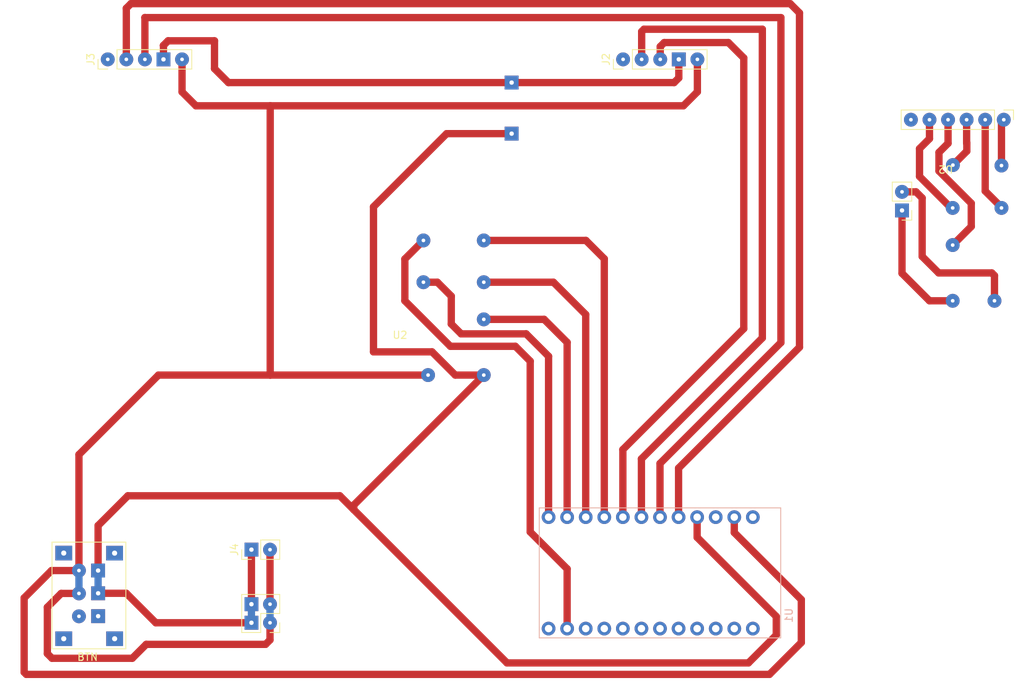
<source format=kicad_pcb>
(kicad_pcb (version 20211014) (generator pcbnew)
  (layers (0 "F.Cu" signal) (31 "B.Cu" signal) (34 "B.Paste" user) (35 "F.Paste" user) (36 "B.SilkS" user "B.Silkscreen") (37 "F.SilkS" user "F.Silkscreen") (38 "B.Mask" user) (39 "F.Mask" user) (44 "Edge.Cuts" user))
  (net 0 "")
  (net 1 "+5V")
  (net 2 "GND")
  (net 13 "Net-(J2-Pad1)")
  (net 14 "Net-(J2-Pad3)")
  (net 15 "Net-(J3-Pad2)")
  (net 16 "Net-(J2-Pad2)")
  (net 17 "Net-(J3-Pad3)")
  (net 19 "Net-(U1-PadJP6_9)")
  (net 20 "Net-(U1-PadJP6_10)")
  (net 21 "Net-(U1-PadJP6_11)")
  (net 22 "Net-(U1-PadJP6_12)")
  (net 23 "Net-(U1-PadJP7_2)")
  (net 25 "Net-(U1-PadJP7_3)")
  (footprint "" (layer "F.Cu") (at 149.251351 36.682313)
    (fp_text reference "" (at 0 0) (layer "F.SilkS") (effects (font (size 1.27 1.27))))
    (fp_text value "" (at 0 0) (layer "F.SilkS") (effects (font (size 1.27 1.27))))
    (pad "5" thru_hole oval (at 0 0) (size 1.9 1.9) (drill 0.5) (layers *.Cu *.Mask) (net 19 "Net-(U1-PadJP6_9)"))
  )
  (footprint "Arduino pro mini:NRF24L01" (layer "F.Cu") (at 148.276703 36.747626 180)
    (fp_text reference "U2" (at 0 -0.5 180 unlocked) (layer "F.SilkS"))
    (fp_text value "NRF24L01_Breakout")
    (fp_line (start 4.654 -4.867) (end 4.654 -2.267) (layer "F.SilkS") (width 0.12))
    (fp_line (start -6.663297 7.597626) (end -6.663297 4.937626) (layer "F.SilkS") (width 0.12))
    (fp_line (start -7.933297 7.597626) (end -9.263297 7.597626) (layer "F.SilkS") (width 0.12))
    (fp_line (start -9.263297 7.597626) (end -9.263297 6.267626) (layer "F.SilkS") (width 0.12))
    (fp_line (start 6.096703 7.597626) (end 6.096703 4.937626) (layer "F.SilkS") (width 0.12))
    (fp_line (start 7.314 -4.867) (end 7.314 -2.267) (layer "F.SilkS") (width 0.12))
    (fp_line (start 4.654 -2.267) (end 7.314 -2.267) (layer "F.SilkS") (width 0.12))
    (fp_line (start -6.663297 4.937626) (end 6.096703 4.937626) (layer "F.SilkS") (width 0.12))
    (fp_line (start 4.654 -4.867) (end 7.314 -4.867) (layer "F.SilkS") (width 0.12))
    (fp_line (start -6.663297 7.597626) (end 6.096703 7.597626) (layer "F.SilkS") (width 0.12))
    (fp_line (start 4.654 -6.137) (end 4.654 -7.467) (layer "F.SilkS") (width 0.12))
    (fp_line (start 4.654 -7.467) (end 5.984 -7.467) (layer "F.SilkS") (width 0.12))
    (pad "1" thru_hole oval (at 5.984 -3.597 180) (size 1.9 1.9) (drill 0.5) (layers *.Cu *.Mask) (net 2 "GND"))
    (pad "2" thru_hole rect (at 5.984 -6.137 180) (size 1.9 1.9) (drill 0.6) (layers *.Cu *.Mask) (net 1 "+5V"))
    (pad "3" thru_hole oval (at -7.933297 6.267626 270) (size 1.9 1.9) (drill 0.5) (layers *.Cu *.Mask) (net 23 "Net-(U1-PadJP7_2)"))
    (pad "4" thru_hole oval (at -5.393297 6.267626 270) (size 1.9 1.9) (drill 0.5) (layers *.Cu *.Mask) (net 22 "Net-(U1-PadJP6_12)"))
    (pad "5" thru_hole oval (at -2.853297 6.267626 270) (size 1.9 1.9) (drill 0.5) (layers *.Cu *.Mask) (net 19 "Net-(U1-PadJP6_9)"))
    (pad "6" thru_hole oval (at -0.313297 6.267626 270) (size 1.9 1.9) (drill 0.5) (layers *.Cu *.Mask) (net 21 "Net-(U1-PadJP6_11)"))
    (pad "7" thru_hole oval (at 2.226703 6.267626 270) (size 1.9 1.9) (drill 0.5) (layers *.Cu *.Mask) (net 20 "Net-(U1-PadJP6_10)"))
    (pad "8" thru_hole oval (at 4.766703 6.267626 270) (size 1.9 1.9) (drill 0.5) (layers *.Cu *.Mask))
  )
  (footprint "" (layer "F.Cu") (at 85.09 57.785)
    (fp_text reference "" (at 0 0) (layer "F.SilkS") (effects (font (size 1.27 1.27))))
    (fp_text value "" (at 0 0) (layer "F.SilkS") (effects (font (size 1.27 1.27))))
    (pad "6" thru_hole oval (at 0 0) (size 1.9 1.9) (drill 0.5) (layers *.Cu *.Mask) (net 21 "Net-(U1-PadJP6_11)"))
  )
  (footprint "" (layer "F.Cu") (at 149.225 42.545)
    (fp_text reference "" (at 0 0) (layer "F.SilkS") (effects (font (size 1.27 1.27))))
    (fp_text value "" (at 0 0) (layer "F.SilkS") (effects (font (size 1.27 1.27))))
    (pad "7" thru_hole oval (at 0 0) (size 1.9 1.9) (drill 0.5) (layers *.Cu *.Mask) (net 20 "Net-(U1-PadJP6_10)"))
  )
  (footprint "" (layer "F.Cu") (at 155.896703 42.545)
    (fp_text reference "" (at 0 0) (layer "F.SilkS") (effects (font (size 1.27 1.27))))
    (fp_text value "" (at 0 0) (layer "F.SilkS") (effects (font (size 1.27 1.27))))
    (pad "4" thru_hole oval (at 0 0) (size 1.9 1.9) (drill 0.5) (layers *.Cu *.Mask) (net 22 "Net-(U1-PadJP6_12)"))
  )
  (footprint "Connector_PinHeader_2.54mm:PinHeader_2x02_P2.54mm_Vertical" (layer "F.Cu") (at 55.851603 99.282205 180)
    (fp_text reference "" (at 1.27 -2.33) (layer "F.SilkS"))
    (fp_text value "POWERS")
    (fp_line (start -1.33 3.87) (end 3.87 3.87) (layer "F.SilkS") (width 0.12))
    (fp_line (start 3.87 -1.33) (end 3.87 3.87) (layer "F.SilkS") (width 0.12))
    (fp_line (start 1.27 1.27) (end 1.27 -1.33) (layer "F.SilkS") (width 0.12))
    (fp_line (start -1.33 1.27) (end 1.27 1.27) (layer "F.SilkS") (width 0.12))
    (fp_line (start -1.33 -1.33) (end 0 -1.33) (layer "F.SilkS") (width 0.12))
    (fp_line (start -1.33 1.27) (end -1.33 3.87) (layer "F.SilkS") (width 0.12))
    (fp_line (start 1.27 -1.33) (end 3.87 -1.33) (layer "F.SilkS") (width 0.12))
    (fp_line (start -1.33 0) (end -1.33 -1.33) (layer "F.SilkS") (width 0.12))
    (pad "1" thru_hole oval (at 0 0 180) (size 1.9 1.9) (drill 0.5) (layers *.Cu *.Mask) (net 2 "GND"))
    (pad "2" thru_hole rect (at 2.54 0 180) (size 1.9 1.9) (drill 0.6) (layers *.Cu *.Mask) (net 1 "+5V"))
    (pad "3" thru_hole oval (at 0 2.54 180) (size 1.9 1.9) (drill 0.5) (layers *.Cu *.Mask) (net 2 "GND"))
    (pad "4" thru_hole rect (at 2.54 2.54 180) (size 1.9 1.9) (drill 0.6) (layers *.Cu *.Mask) (net 1 "+5V"))
  )
  (footprint "" (layer "F.Cu") (at 85.09 65.405)
    (fp_text reference "" (at 0 0) (layer "F.SilkS") (effects (font (size 1.27 1.27))))
    (fp_text value "" (at 0 0) (layer "F.SilkS") (effects (font (size 1.27 1.27))))
    (pad "2" thru_hole oval (at 0 0) (size 1.9 1.9) (drill 0.5) (layers *.Cu *.Mask) (net 1 "+5V"))
  )
  (footprint "" (layer "F.Cu") (at 76.835 46.99)
    (fp_text reference "" (at 0 0) (layer "F.SilkS") (effects (font (size 1.27 1.27))))
    (fp_text value "" (at 0 0) (layer "F.SilkS") (effects (font (size 1.27 1.27))))
    (pad "3" thru_hole oval (at 0 0) (size 1.9 1.9) (drill 0.5) (layers *.Cu *.Mask) (net 23 "Net-(U1-PadJP7_2)"))
  )
  (footprint "" (layer "F.Cu") (at 85.09 52.705)
    (fp_text reference "" (at 0 0) (layer "F.SilkS") (effects (font (size 1.27 1.27))))
    (fp_text value "" (at 0 0) (layer "F.SilkS") (effects (font (size 1.27 1.27))))
    (pad "7" thru_hole oval (at 0 0) (size 1.9 1.9) (drill 0.5) (layers *.Cu *.Mask) (net 20 "Net-(U1-PadJP6_10)"))
  )
  (footprint "Connector_PinHeader_2.54mm:PinHeader_1x02_P2.54mm_Vertical" (layer "F.Cu") (at 53.311603 89.282205 90)
    (fp_text reference "J4" (at 0 -2.33 90) (layer "F.SilkS"))
    (fp_text value "Micro-Power-IN")
    (fp_line (start -1.33 0) (end -1.33 -1.33) (layer "F.SilkS") (width 0.12))
    (fp_line (start -1.33 1.27) (end 1.33 1.27) (layer "F.SilkS") (width 0.12))
    (fp_line (start -1.33 -1.33) (end 0 -1.33) (layer "F.SilkS") (width 0.12))
    (fp_line (start 1.33 1.27) (end 1.33 3.87) (layer "F.SilkS") (width 0.12))
    (fp_line (start -1.33 1.27) (end -1.33 3.87) (layer "F.SilkS") (width 0.12))
    (fp_line (start -1.33 3.87) (end 1.33 3.87) (layer "F.SilkS") (width 0.12))
    (pad "1" thru_hole rect (at 0 0 90) (size 1.9 1.9) (drill 0.6) (layers *.Cu *.Mask) (net 1 "+5V"))
    (pad "2" thru_hole oval (at 0 2.54 90) (size 1.9 1.9) (drill 0.5) (layers *.Cu *.Mask) (net 2 "GND"))
  )
  (footprint "" (layer "F.Cu") (at 154.94 55.245)
    (fp_text reference "" (at 0 0) (layer "F.SilkS") (effects (font (size 1.27 1.27))))
    (fp_text value "" (at 0 0) (layer "F.SilkS") (effects (font (size 1.27 1.27))))
    (pad "1" thru_hole oval (at 0 0) (size 1.9 1.9) (drill 0.5) (layers *.Cu *.Mask) (net 2 "GND"))
  )
  (footprint "" (layer "F.Cu") (at 155.896703 36.747626)
    (fp_text reference "" (at 0 0) (layer "F.SilkS") (effects (font (size 1.27 1.27))))
    (fp_text value "" (at 0 0) (layer "F.SilkS") (effects (font (size 1.27 1.27))))
    (pad "3" thru_hole oval (at 0 0) (size 1.9 1.9) (drill 0.5) (layers *.Cu *.Mask) (net 23 "Net-(U1-PadJP7_2)"))
  )
  (footprint "" (layer "F.Cu") (at 149.225 47.625)
    (fp_text reference "" (at 0 0) (layer "F.SilkS") (effects (font (size 1.27 1.27))))
    (fp_text value "" (at 0 0) (layer "F.SilkS") (effects (font (size 1.27 1.27))))
    (pad "6" thru_hole oval (at 0 0) (size 1.9 1.9) (drill 0.5) (layers *.Cu *.Mask) (net 21 "Net-(U1-PadJP6_11)"))
  )
  (footprint "" (layer "F.Cu") (at 85.09 46.99)
    (fp_text reference "" (at 0 0) (layer "F.SilkS") (effects (font (size 1.27 1.27))))
    (fp_text value "" (at 0 0) (layer "F.SilkS") (effects (font (size 1.27 1.27))))
    (pad "5" thru_hole oval (at 0 0) (size 1.9 1.9) (drill 0.5) (layers *.Cu *.Mask) (net 19 "Net-(U1-PadJP6_9)"))
  )
  (footprint "" (layer "F.Cu") (at 88.9 25.4)
    (fp_text reference "" (at 0 0) (layer "F.SilkS") (effects (font (size 1.27 1.27))))
    (fp_text value "" (at 0 0) (layer "F.SilkS") (effects (font (size 1.27 1.27))))
    (pad "4" thru_hole rect (at 0 0 90) (size 1.9 1.9) (drill 0.6) (layers *.Cu *.Mask) (net 1 "+5V"))
  )
  (footprint "Connector_PinHeader_2.54mm:PinHeader_1x05_P2.54mm_Vertical" (layer "F.Cu") (at 104.145 22.225 90)
    (fp_text reference "J2" (at 0 -2.33 90) (layer "F.SilkS"))
    (fp_text value "Joystick_Left")
    (fp_line (start -1.33 11.49) (end 1.33 11.49) (layer "F.SilkS") (width 0.12))
    (fp_line (start 1.33 1.27) (end 1.33 11.49) (layer "F.SilkS") (width 0.12))
    (fp_line (start -1.33 -1.33) (end 0 -1.33) (layer "F.SilkS") (width 0.12))
    (fp_line (start -1.33 0) (end -1.33 -1.33) (layer "F.SilkS") (width 0.12))
    (fp_line (start -1.33 1.27) (end -1.33 11.49) (layer "F.SilkS") (width 0.12))
    (fp_line (start -1.33 1.27) (end 1.33 1.27) (layer "F.SilkS") (width 0.12))
    (pad "1" thru_hole oval (at 0 0 90) (size 1.9 1.9) (drill 0.5) (layers *.Cu *.Mask) (net 13 "Net-(J2-Pad1)"))
    (pad "2" thru_hole oval (at 0 2.54 90) (size 1.9 1.9) (drill 0.5) (layers *.Cu *.Mask) (net 16 "Net-(J2-Pad2)"))
    (pad "3" thru_hole oval (at 0 5.08 90) (size 1.9 1.9) (drill 0.5) (layers *.Cu *.Mask) (net 14 "Net-(J2-Pad3)"))
    (pad "4" thru_hole rect (at 0 7.62 90) (size 1.9 1.9) (drill 0.6) (layers *.Cu *.Mask) (net 1 "+5V"))
    (pad "5" thru_hole oval (at 0 10.16 90) (size 1.9 1.9) (drill 0.5) (layers *.Cu *.Mask) (net 2 "GND"))
  )
  (footprint "" (layer "F.Cu") (at 88.9 32.385)
    (fp_text reference "" (at 0 0) (layer "F.SilkS") (effects (font (size 1.27 1.27))))
    (fp_text value "" (at 0 0) (layer "F.SilkS") (effects (font (size 1.27 1.27))))
    (pad "4" thru_hole rect (at 0 0 90) (size 1.9 1.9) (drill 0.6) (layers *.Cu *.Mask) (net 1 "+5V"))
  )
  (footprint "Connector_PinHeader_2.54mm:PushButton_6_pin" (layer "F.Cu") (at 34.639603 101.347205 180)
    (fp_text reference "BTN" (at 3.74 -2.618) (layer "F.SilkS"))
    (fp_text value "PushButton_6_pin")
    (fp_line (start -1.491194 -1.496) (end 8.602 -1.496) (layer "F.SilkS") (width 0.12))
    (fp_line (start -1.491194 13.09) (end 8.602 13.09) (layer "F.SilkS") (width 0.12))
    (fp_line (start 8.602 -1.496) (end 8.602 13.09) (layer "F.SilkS") (width 0.12))
    (fp_line (start -1.491194 -1.496) (end -1.491194 13.09) (layer "F.SilkS") (width 0.12))
    (pad "" thru_hole rect (at 0.043736 11.586152 180) (size 2.3 2) (drill 0.7) (layers *.Cu *.Mask))
    (pad "" thru_hole rect (at 0.03893 -0.118391 180) (size 2.3 2) (drill 0.7) (layers *.Cu *.Mask))
    (pad "" thru_hole rect (at 7.000509 11.59419 180) (size 2.3 2) (drill 0.7) (layers *.Cu *.Mask))
    (pad "" thru_hole rect (at 7.000509 -0.118391 180) (size 2.3 2) (drill 0.7) (layers *.Cu *.Mask))
    (pad "1" thru_hole rect (at 2.294688 2.967779 180) (size 1.9 1.9) (drill 0.6) (layers *.Cu *.Mask))
    (pad "2" thru_hole oval (at 4.918896 2.948554 180) (size 1.9 1.9) (drill 0.5) (layers *.Cu *.Mask))
    (pad "3" thru_hole rect (at 2.29506 6.097205 180) (size 1.9 1.9) (drill 0.6) (layers *.Cu *.Mask) (net 1 "+5V"))
    (pad "4" thru_hole oval (at 4.919268 6.07798 180) (size 1.9 1.9) (drill 0.5) (layers *.Cu *.Mask) (net 2 "GND"))
    (pad "5" thru_hole rect (at 2.30164 9.207406 180) (size 1.9 1.9) (drill 0.6) (layers *.Cu *.Mask) (net 1 "+5V"))
    (pad "6" thru_hole oval (at 4.91964 9.207406 180) (size 1.9 1.9) (drill 0.5) (layers *.Cu *.Mask) (net 2 "GND"))
  )
  (footprint "" (layer "F.Cu") (at 76.835 52.705)
    (fp_text reference "" (at 0 0) (layer "F.SilkS") (effects (font (size 1.27 1.27))))
    (fp_text value "" (at 0 0) (layer "F.SilkS") (effects (font (size 1.27 1.27))))
    (pad "4" thru_hole oval (at 0 0) (size 1.9 1.9) (drill 0.5) (layers *.Cu *.Mask) (net 22 "Net-(U1-PadJP6_12)"))
  )
  (footprint "" (layer "F.Cu") (at 149.225 55.245)
    (fp_text reference "" (at 0 0) (layer "F.SilkS") (effects (font (size 1.27 1.27))))
    (fp_text value "" (at 0 0) (layer "F.SilkS") (effects (font (size 1.27 1.27))))
    (pad "2" thru_hole oval (at 0 0) (size 1.9 1.9) (drill 0.5) (layers *.Cu *.Mask) (net 1 "+5V"))
  )
  (footprint "" (layer "F.Cu") (at 77.47 65.405)
    (fp_text reference "" (at 0 0) (layer "F.SilkS") (effects (font (size 1.27 1.27))))
    (fp_text value "" (at 0 0) (layer "F.SilkS") (effects (font (size 1.27 1.27))))
    (pad "1" thru_hole oval (at 0 0) (size 1.9 1.9) (drill 0.5) (layers *.Cu *.Mask) (net 2 "GND"))
  )
  (footprint "Connector_PinHeader_2.54mm:PinHeader_1x05_P2.54mm_Vertical" (layer "F.Cu") (at 33.66 22.225 90)
    (fp_text reference "J3" (at 0 -2.33 90) (layer "F.SilkS"))
    (fp_text value "Joystick_Right")
    (fp_line (start -1.33 -1.33) (end 0 -1.33) (layer "F.SilkS") (width 0.12))
    (fp_line (start 1.33 1.27) (end 1.33 11.49) (layer "F.SilkS") (width 0.12))
    (fp_line (start -1.33 1.27) (end -1.33 11.49) (layer "F.SilkS") (width 0.12))
    (fp_line (start -1.33 1.27) (end 1.33 1.27) (layer "F.SilkS") (width 0.12))
    (fp_line (start -1.33 0) (end -1.33 -1.33) (layer "F.SilkS") (width 0.12))
    (fp_line (start -1.33 11.49) (end 1.33 11.49) (layer "F.SilkS") (width 0.12))
    (pad "1" thru_hole oval (at 0 0 90) (size 1.9 1.9) (drill 0.5) (layers *.Cu *.Mask) (net 25 "Net-(U1-PadJP7_3)"))
    (pad "2" thru_hole oval (at 0 2.54 90) (size 1.9 1.9) (drill 0.5) (layers *.Cu *.Mask) (net 15 "Net-(J3-Pad2)"))
    (pad "3" thru_hole oval (at 0 5.08 90) (size 1.9 1.9) (drill 0.5) (layers *.Cu *.Mask) (net 17 "Net-(J3-Pad3)"))
    (pad "4" thru_hole rect (at 0 7.62 90) (size 1.9 1.9) (drill 0.6) (layers *.Cu *.Mask) (net 1 "+5V"))
    (pad "5" thru_hole oval (at 0 10.16 90) (size 1.9 1.9) (drill 0.5) (layers *.Cu *.Mask) (net 2 "GND"))
  )
  (footprint "Arduino pro mini:MODULE_ARDUINO_PRO_MINI" (layer "B.Cu") (at 109.191603 92.457205 90)
    (fp_text reference "U1" (at -5.825 17.635 270) (layer "B.SilkS") (effects (justify mirror)))
    (fp_text value "ARDUINO_PRO_MINI")
    (fp_line (start 8.89 16.51) (end -8.89 16.51) (layer "B.SilkS") (width 0.127))
    (fp_line (start -8.89 -16.51) (end 8.89 -16.51) (layer "B.SilkS") (width 0.127))
    (fp_line (start -8.89 16.51) (end -8.89 -16.51) (layer "B.SilkS") (width 0.127))
    (fp_line (start 8.89 -16.51) (end 8.89 16.51) (layer "B.SilkS") (width 0.127))
    (pad "JP6_1" thru_hole circle (at 7.62 12.7 90) (size 1.8796 1.8796) (drill 1.016) (layers *.Cu *.Mask))
    (pad "JP6_2" thru_hole circle (at 7.62 10.16 90) (size 1.8796 1.8796) (drill 1.016) (layers *.Cu *.Mask) (net 2 "GND"))
    (pad "JP6_3" thru_hole circle (at 7.62 7.62 90) (size 1.8796 1.8796) (drill 1.016) (layers *.Cu *.Mask))
    (pad "JP6_4" thru_hole circle (at 7.62 5.08 90) (size 1.8796 1.8796) (drill 1.016) (layers *.Cu *.Mask) (net 1 "+5V"))
    (pad "JP6_5" thru_hole circle (at 7.62 2.54 90) (size 1.8796 1.8796) (drill 1.016) (layers *.Cu *.Mask) (net 15 "Net-(J3-Pad2)"))
    (pad "JP6_6" thru_hole circle (at 7.62 0 90) (size 1.8796 1.8796) (drill 1.016) (layers *.Cu *.Mask) (net 17 "Net-(J3-Pad3)"))
    (pad "JP6_7" thru_hole circle (at 7.62 -2.54 90) (size 1.8796 1.8796) (drill 1.016) (layers *.Cu *.Mask) (net 16 "Net-(J2-Pad2)"))
    (pad "JP6_8" thru_hole circle (at 7.62 -5.08 90) (size 1.8796 1.8796) (drill 1.016) (layers *.Cu *.Mask) (net 14 "Net-(J2-Pad3)"))
    (pad "JP6_9" thru_hole circle (at 7.62 -7.62 90) (size 1.8796 1.8796) (drill 1.016) (layers *.Cu *.Mask) (net 19 "Net-(U1-PadJP6_9)"))
    (pad "JP6_10" thru_hole circle (at 7.62 -10.16 90) (size 1.8796 1.8796) (drill 1.016) (layers *.Cu *.Mask) (net 20 "Net-(U1-PadJP6_10)"))
    (pad "JP6_11" thru_hole circle (at 7.62 -12.7 90) (size 1.8796 1.8796) (drill 1.016) (layers *.Cu *.Mask) (net 21 "Net-(U1-PadJP6_11)"))
    (pad "JP6_12" thru_hole circle (at 7.62 -15.24 90) (size 1.8796 1.8796) (drill 1.016) (layers *.Cu *.Mask) (net 22 "Net-(U1-PadJP6_12)"))
    (pad "JP7_1" thru_hole circle (at -7.62 -15.24 90) (size 1.8796 1.8796) (drill 1.016) (layers *.Cu *.Mask))
    (pad "JP7_2" thru_hole circle (at -7.62 -12.7 90) (size 1.8796 1.8796) (drill 1.016) (layers *.Cu *.Mask) (net 23 "Net-(U1-PadJP7_2)"))
    (pad "JP7_3" thru_hole circle (at -7.62 -10.16 90) (size 1.8796 1.8796) (drill 1.016) (layers *.Cu *.Mask) (net 25 "Net-(U1-PadJP7_3)"))
    (pad "JP7_4" thru_hole circle (at -7.62 -7.62 90) (size 1.8796 1.8796) (drill 1.016) (layers *.Cu *.Mask) (net 13 "Net-(J2-Pad1)"))
    (pad "JP7_5" thru_hole circle (at -7.62 -5.08 90) (size 1.8796 1.8796) (drill 1.016) (layers *.Cu *.Mask))
    (pad "JP7_6" thru_hole circle (at -7.62 -2.54 90) (size 1.8796 1.8796) (drill 1.016) (layers *.Cu *.Mask))
    (pad "JP7_7" thru_hole circle (at -7.62 0 90) (size 1.8796 1.8796) (drill 1.016) (layers *.Cu *.Mask))
    (pad "JP7_8" thru_hole circle (at -7.62 2.54 90) (size 1.8796 1.8796) (drill 1.016) (layers *.Cu *.Mask))
    (pad "JP7_9" thru_hole circle (at -7.62 5.08 90) (size 1.8796 1.8796) (drill 1.016) (layers *.Cu *.Mask))
    (pad "JP7_10" thru_hole circle (at -7.62 7.62 90) (size 1.8796 1.8796) (drill 1.016) (layers *.Cu *.Mask))
    (pad "JP7_11" thru_hole circle (at -7.62 10.16 90) (size 1.8796 1.8796) (drill 1.016) (layers *.Cu *.Mask))
    (pad "JP7_12" thru_hole circle (at -7.62 12.7 90) (size 1.8796 1.8796) (drill 1.016) (layers *.Cu *.Mask))
  )
  (gr_text "U2" (at 73.631603 59.937205) (layer "F.SilkS") (effects (font (size 1 1))))
  (segment (start 40.227205 99.282205) (end 36.195 95.25) (width 1) (layer "F.Cu") (net 1))
  (segment (start 142.292703 51.487703) (end 142.292703 42.884626) (width 1) (layer "F.Cu") (net 1))
  (segment (start 41.91 19.685) (end 41.275 20.32) (width 1) (layer "F.Cu") (net 1))
  (segment (start 88.265 104.775) (end 121.285 104.775) (width 1) (layer "F.Cu") (net 1))
  (segment (start 67.31 83.185) (end 67.31 83.82) (width 1) (layer "F.Cu") (net 1))
  (segment (start 111.125 25.4) (end 89.535 25.4) (width 1) (layer "F.Cu") (net 1))
  (segment (start 85.09 65.405) (end 67.31 83.185) (width 1) (layer "F.Cu") (net 1))
  (segment (start 50.165 25.4) (end 48.26 23.495) (width 1) (layer "F.Cu") (net 1))
  (segment (start 111.765 24.76) (end 111.125 25.4) (width 1) (layer "F.Cu") (net 1))
  (segment (start 125.095 98.425) (end 114.271603 87.601603) (width 1) (layer "F.Cu") (net 1))
  (segment (start 32.337963 92.139799) (end 32.337963 85.988674) (width 1) (layer "F.Cu") (net 1))
  (segment (start 53.311603 89.282205) (end 53.311603 96.742205) (width 1) (layer "F.Cu") (net 1))
  (segment (start 32.337963 85.988674) (end 36.411637 81.915) (width 1) (layer "F.Cu") (net 1))
  (segment (start 41.275 20.32) (end 41.28 20.325) (width 1) (layer "F.Cu") (net 1))
  (segment (start 36.411637 81.915) (end 65.405 81.915) (width 1) (layer "F.Cu") (net 1))
  (segment (start 125.095 100.965) (end 125.095 98.425) (width 1) (layer "F.Cu") (net 1))
  (segment (start 65.405 81.915) (end 67.31 83.82) (width 1) (layer "F.Cu") (net 1))
  (segment (start 111.765 22.225) (end 111.765 24.76) (width 1) (layer "F.Cu") (net 1))
  (segment (start 85.09 65.405) (end 81.189298 65.405) (width 1) (layer "F.Cu") (net 1))
  (segment (start 48.26 19.685) (end 41.91 19.685) (width 1) (layer "F.Cu") (net 1))
  (segment (start 146.05 55.245) (end 142.292703 51.487703) (width 1) (layer "F.Cu") (net 1))
  (segment (start 121.285 104.775) (end 125.095 100.965) (width 1) (layer "F.Cu") (net 1))
  (segment (start 78.014298 62.23) (end 70.005456 62.23) (width 1) (layer "F.Cu") (net 1))
  (segment (start 48.26 23.495) (end 48.26 19.685) (width 1) (layer "F.Cu") (net 1))
  (segment (start 53.311603 99.282205) (end 40.227205 99.282205) (width 1) (layer "F.Cu") (net 1))
  (segment (start 70.005456 42.389544) (end 80.01 32.385) (width 1) (layer "F.Cu") (net 1))
  (segment (start 41.28 20.325) (end 41.28 22.225) (width 1) (layer "F.Cu") (net 1))
  (segment (start 81.189298 65.405) (end 78.014298 62.23) (width 1) (layer "F.Cu") (net 1))
  (segment (start 36.195 95.25) (end 32.344543 95.25) (width 1) (layer "F.Cu") (net 1))
  (segment (start 80.01 32.385) (end 88.9 32.385) (width 1) (layer "F.Cu") (net 1))
  (segment (start 149.225 55.245) (end 146.05 55.245) (width 1) (layer "F.Cu") (net 1))
  (segment (start 70.005456 62.23) (end 70.005456 42.389544) (width 1) (layer "F.Cu") (net 1))
  (segment (start 89.535 25.4) (end 50.165 25.4) (width 1) (layer "F.Cu") (net 1))
  (segment (start 67.31 83.82) (end 88.265 104.775) (width 1) (layer "F.Cu") (net 1))
  (segment (start 114.271603 87.601603) (end 114.271603 84.837205) (width 1) (layer "F.Cu") (net 1))
  (segment (start 53.311603 99.282205) (end 53.311603 96.742205) (width 1) (layer "B.Cu") (net 1))
  (segment (start 32.337963 92.139799) (end 32.337963 95.24342) (width 1) (layer "B.Cu") (net 1))
  (segment (start 112.395 28.575) (end 114.305 26.665) (width 1) (layer "F.Cu") (net 2))
  (segment (start 37.015077 104.14) (end 26.035 104.14) (width 1) (layer "F.Cu") (net 2))
  (segment (start 22.522649 106.342649) (end 124.162351 106.342649) (width 1) (layer "F.Cu") (net 2))
  (segment (start 144.207011 40.344626) (end 142.292703 40.344626) (width 1) (layer "F.Cu") (net 2))
  (segment (start 128.521159 96.115214) (end 119.351603 86.945658) (width 1) (layer "F.Cu") (net 2))
  (segment (start 55.851603 99.282205) (end 55.851603 101.628397) (width 1) (layer "F.Cu") (net 2))
  (segment (start 77.47 65.405) (end 55.88 65.405) (width 1) (layer "F.Cu") (net 2))
  (segment (start 43.82 26.675) (end 45.72 28.575) (width 1) (layer "F.Cu") (net 2))
  (segment (start 119.351603 86.945658) (end 119.351603 84.837205) (width 1) (layer "F.Cu") (net 2))
  (segment (start 43.82 22.225) (end 43.82 26.675) (width 1) (layer "F.Cu") (net 2))
  (segment (start 25.970201 92.139799) (end 22.225 95.885) (width 1) (layer "F.Cu") (net 2))
  (segment (start 128.521159 101.983841) (end 128.521159 96.115214) (width 1) (layer "F.Cu") (net 2))
  (segment (start 45.72 28.575) (end 55.88 28.575) (width 1) (layer "F.Cu") (net 2))
  (segment (start 25.4 97.155) (end 27.285775 95.269225) (width 1) (layer "F.Cu") (net 2))
  (segment (start 55.245 102.235) (end 38.920077 102.235) (width 1) (layer "F.Cu") (net 2))
  (segment (start 29.719963 92.139799) (end 25.970201 92.139799) (width 1) (layer "F.Cu") (net 2))
  (segment (start 124.162351 106.342649) (end 128.521159 101.983841) (width 1) (layer "F.Cu") (net 2))
  (segment (start 154.578468 51.435) (end 147.306111 51.435) (width 1) (layer "F.Cu") (net 2))
  (segment (start 55.88 65.405) (end 40.595385 65.405) (width 1) (layer "F.Cu") (net 2))
  (segment (start 114.305 26.665) (end 114.305 22.225) (width 1) (layer "F.Cu") (net 2))
  (segment (start 29.719963 76.280422) (end 29.719963 92.139799) (width 1) (layer "F.Cu") (net 2))
  (segment (start 55.851603 101.628397) (end 55.245 102.235) (width 1) (layer "F.Cu") (net 2))
  (segment (start 40.595385 65.405) (end 29.719963 76.280422) (width 1) (layer "F.Cu") (net 2))
  (segment (start 26.035 104.14) (end 25.4 103.505) (width 1) (layer "F.Cu") (net 2))
  (segment (start 145.048784 41.186399) (end 144.207011 40.344626) (width 1) (layer "F.Cu") (net 2))
  (segment (start 25.4 103.505) (end 25.4 97.155) (width 1) (layer "F.Cu") (net 2))
  (segment (start 27.285775 95.269225) (end 29.720335 95.269225) (width 1) (layer "F.Cu") (net 2))
  (segment (start 55.851603 89.282205) (end 55.851603 96.742205) (width 1) (layer "F.Cu") (net 2))
  (segment (start 55.88 65.405) (end 55.88 28.575) (width 1) (layer "F.Cu") (net 2))
  (segment (start 145.048784 49.177673) (end 145.048784 41.186399) (width 1) (layer "F.Cu") (net 2))
  (segment (start 154.94 55.245) (end 154.94 51.796532) (width 1) (layer "F.Cu") (net 2))
  (segment (start 22.225 106.045) (end 22.522649 106.342649) (width 1) (layer "F.Cu") (net 2))
  (segment (start 38.920077 102.235) (end 37.015077 104.14) (width 1) (layer "F.Cu") (net 2))
  (segment (start 147.306111 51.435) (end 145.048784 49.177673) (width 1) (layer "F.Cu") (net 2))
  (segment (start 22.225 95.885) (end 22.225 106.045) (width 1) (layer "F.Cu") (net 2))
  (segment (start 55.88 28.575) (end 112.395 28.575) (width 1) (layer "F.Cu") (net 2))
  (segment (start 154.94 51.796532) (end 154.578468 51.435) (width 1) (layer "F.Cu") (net 2))
  (segment (start 29.720335 95.269225) (end 29.720335 92.140171) (width 1) (layer "B.Cu") (net 2))
  (segment (start 55.851603 99.282205) (end 55.851603 96.742205) (width 1) (layer "B.Cu") (net 2))
  (segment (start 109.225 22.225) (end 109.225 20.473342) (width 1) (layer "F.Cu") (net 14))
  (segment (start 104.111603 75.593397) (end 104.111603 84.837205) (width 1) (layer "F.Cu") (net 14))
  (segment (start 118.542651 19.924585) (end 120.65 22.031934) (width 1) (layer "F.Cu") (net 14))
  (segment (start 120.65 59.055) (end 104.111603 75.593397) (width 1) (layer "F.Cu") (net 14))
  (segment (start 109.773757 19.924585) (end 118.542651 19.924585) (width 1) (layer "F.Cu") (net 14))
  (segment (start 109.225 20.473342) (end 109.773757 19.924585) (width 1) (layer "F.Cu") (net 14))
  (segment (start 120.65 22.031934) (end 120.65 59.055) (width 1) (layer "F.Cu") (net 14))
  (segment (start 127 14.605) (end 128.27 15.875) (width 1) (layer "F.Cu") (net 15))
  (segment (start 36.2 15.235) (end 36.83 14.605) (width 1) (layer "F.Cu") (net 15))
  (segment (start 111.731603 78.133397) (end 111.731603 84.837205) (width 1) (layer "F.Cu") (net 15))
  (segment (start 128.27 15.875) (end 128.27 61.595) (width 1) (layer "F.Cu") (net 15))
  (segment (start 36.2 22.225) (end 36.2 15.235) (width 1) (layer "F.Cu") (net 15))
  (segment (start 36.83 14.605) (end 127 14.605) (width 1) (layer "F.Cu") (net 15))
  (segment (start 128.27 61.595) (end 111.731603 78.133397) (width 1) (layer "F.Cu") (net 15))
  (segment (start 123.19 60.325) (end 106.651603 76.863397) (width 1) (layer "F.Cu") (net 16))
  (segment (start 107.00195 18.10305) (end 123.19 18.10305) (width 1) (layer "F.Cu") (net 16))
  (segment (start 106.651603 76.863397) (end 106.651603 84.837205) (width 1) (layer "F.Cu") (net 16))
  (segment (start 106.685 18.42) (end 107.00195 18.10305) (width 1) (layer "F.Cu") (net 16))
  (segment (start 106.685 22.225) (end 106.685 18.42) (width 1) (layer "F.Cu") (net 16))
  (segment (start 123.19 18.10305) (end 123.19 60.325) (width 1) (layer "F.Cu") (net 16))
  (segment (start 38.74 22.225) (end 38.74 16.505) (width 1) (layer "F.Cu") (net 17))
  (segment (start 109.191603 77.498397) (end 109.191603 84.837205) (width 1) (layer "F.Cu") (net 17))
  (segment (start 38.74 16.505) (end 38.745 16.51) (width 1) (layer "F.Cu") (net 17))
  (segment (start 38.745 16.51) (end 125.73 16.51) (width 1) (layer "F.Cu") (net 17))
  (segment (start 125.73 16.51) (end 125.73 60.96) (width 1) (layer "F.Cu") (net 17))
  (segment (start 125.73 60.96) (end 109.191603 77.498397) (width 1) (layer "F.Cu") (net 17))
  (segment (start 151.13 33.655) (end 151.13 30.48) (width 1) (layer "F.Cu") (net 19))
  (segment (start 101.571603 49.501603) (end 99.06 46.99) (width 1) (layer "F.Cu") (net 19))
  (segment (start 151.156351 33.681351) (end 151.13 33.655) (width 1) (layer "F.Cu") (net 19))
  (segment (start 151.156351 34.777313) (end 151.156351 33.681351) (width 1) (layer "F.Cu") (net 19))
  (segment (start 99.06 46.99) (end 85.09 46.99) (width 1) (layer "F.Cu") (net 19))
  (segment (start 149.251351 36.682313) (end 151.156351 34.777313) (width 1) (layer "F.Cu") (net 19))
  (segment (start 101.571603 84.837205) (end 101.571603 49.501603) (width 1) (layer "F.Cu") (net 19))
  (segment (start 99.031603 57.121603) (end 94.615 52.705) (width 1) (layer "F.Cu") (net 20))
  (segment (start 99.031603 84.837205) (end 99.031603 57.121603) (width 1) (layer "F.Cu") (net 20))
  (segment (start 144.68723 34.435472) (end 144.68723 38.238153) (width 1) (layer "F.Cu") (net 20))
  (segment (start 146.05 30.48) (end 146.05 33.072702) (width 1) (layer "F.Cu") (net 20))
  (segment (start 146.05 33.072702) (end 144.68723 34.435472) (width 1) (layer "F.Cu") (net 20))
  (segment (start 144.68723 38.238153) (end 148.994077 42.545) (width 1) (layer "F.Cu") (net 20))
  (segment (start 94.615 52.705) (end 85.09 52.705) (width 1) (layer "F.Cu") (net 20))
  (segment (start 96.491603 84.837205) (end 96.491603 60.931603) (width 1) (layer "F.Cu") (net 21))
  (segment (start 93.345 57.785) (end 85.09 57.785) (width 1) (layer "F.Cu") (net 21))
  (segment (start 151.765 41.91) (end 147.346351 37.491351) (width 1) (layer "F.Cu") (net 21))
  (segment (start 149.225 47.625) (end 151.765 45.085) (width 1) (layer "F.Cu") (net 21))
  (segment (start 147.346351 34.951351) (end 148.59 33.707702) (width 1) (layer "F.Cu") (net 21))
  (segment (start 147.346351 37.491351) (end 147.346351 34.951351) (width 1) (layer "F.Cu") (net 21))
  (segment (start 148.59 33.707702) (end 148.59 30.48) (width 1) (layer "F.Cu") (net 21))
  (segment (start 151.765 45.085) (end 151.765 41.91) (width 1) (layer "F.Cu") (net 21))
  (segment (start 96.491603 60.931603) (end 93.345 57.785) (width 1) (layer "F.Cu") (net 21))
  (segment (start 78.74 52.705) (end 76.835 52.705) (width 1) (layer "F.Cu") (net 22))
  (segment (start 81.991723 59.766723) (end 80.645 58.42) (width 1) (layer "F.Cu") (net 22))
  (segment (start 93.951603 62.836603) (end 90.881723 59.766723) (width 1) (layer "F.Cu") (net 22))
  (segment (start 90.881723 59.766723) (end 81.991723 59.766723) (width 1) (layer "F.Cu") (net 22))
  (segment (start 93.951603 84.837205) (end 93.951603 62.836603) (width 1) (layer "F.Cu") (net 22))
  (segment (start 155.896703 42.462626) (end 153.67 40.235923) (width 1) (layer "F.Cu") (net 22))
  (segment (start 80.645 58.42) (end 80.645 54.61) (width 1) (layer "F.Cu") (net 22))
  (segment (start 80.645 54.61) (end 78.74 52.705) (width 1) (layer "F.Cu") (net 22))
  (segment (start 153.67 40.235923) (end 153.67 30.48) (width 1) (layer "F.Cu") (net 22))
  (segment (start 74.295 55.245) (end 74.295 49.53) (width 1) (layer "F.Cu") (net 23))
  (segment (start 96.491603 100.077205) (end 96.491603 91.909903) (width 1) (layer "F.Cu") (net 23))
  (segment (start 91.44 63.5) (end 89.409331 61.469331) (width 1) (layer "F.Cu") (net 23))
  (segment (start 89.409331 61.469331) (end 80.519331 61.469331) (width 1) (layer "F.Cu") (net 23))
  (segment (start 80.519331 61.469331) (end 74.295 55.245) (width 1) (layer "F.Cu") (net 23))
  (segment (start 74.295 49.53) (end 76.835 46.99) (width 1) (layer "F.Cu") (net 23))
  (segment (start 91.44 86.8583) (end 91.44 63.5) (width 1) (layer "F.Cu") (net 23))
  (segment (start 155.896703 36.747626) (end 155.896703 30.793297) (width 1) (layer "F.Cu") (net 23))
  (segment (start 96.491603 91.909903) (end 91.44 86.8583) (width 1) (layer "F.Cu") (net 23))
)
</source>
